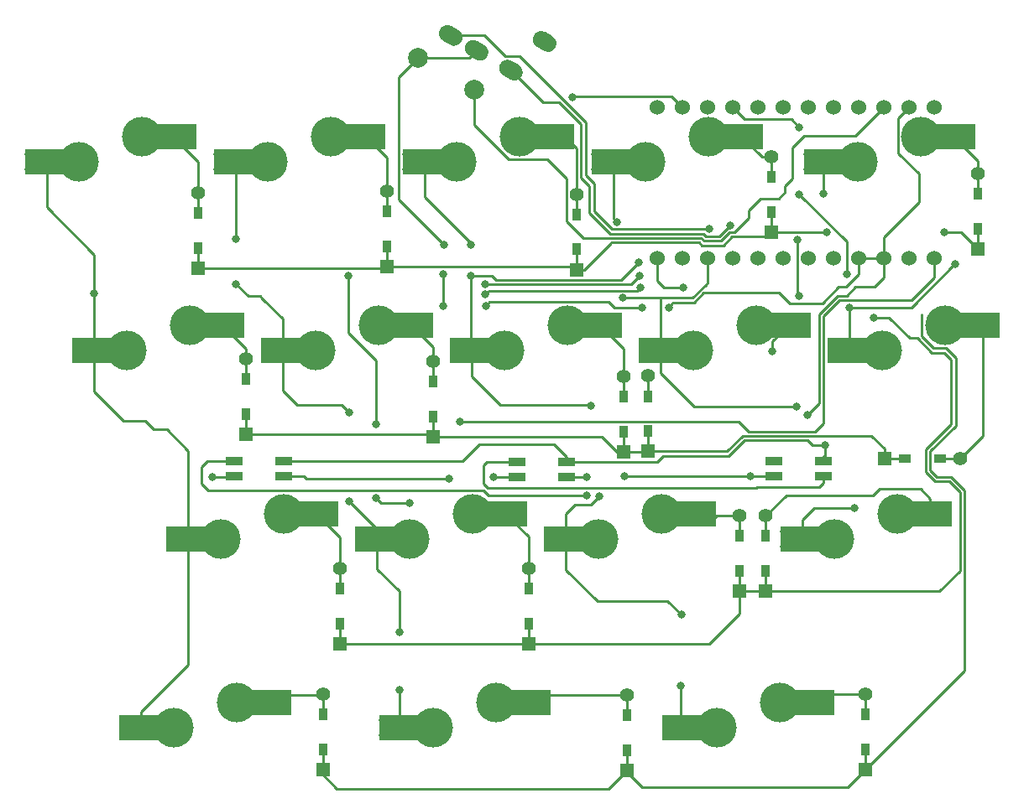
<source format=gbl>
G04 #@! TF.GenerationSoftware,KiCad,Pcbnew,(5.1.6-0-10_14)*
G04 #@! TF.CreationDate,2022-08-31T17:51:27+09:00*
G04 #@! TF.ProjectId,cool936,636f6f6c-3933-4362-9e6b-696361645f70,rev?*
G04 #@! TF.SameCoordinates,Original*
G04 #@! TF.FileFunction,Copper,L2,Bot*
G04 #@! TF.FilePolarity,Positive*
%FSLAX46Y46*%
G04 Gerber Fmt 4.6, Leading zero omitted, Abs format (unit mm)*
G04 Created by KiCad (PCBNEW (5.1.6-0-10_14)) date 2022-08-31 17:51:27*
%MOMM*%
%LPD*%
G01*
G04 APERTURE LIST*
G04 #@! TA.AperFunction,Conductor*
%ADD10R,4.500000X2.500000*%
G04 #@! TD*
G04 #@! TA.AperFunction,ViaPad*
%ADD11C,0.800000*%
G04 #@! TD*
G04 #@! TA.AperFunction,ViaPad*
%ADD12C,4.000000*%
G04 #@! TD*
G04 #@! TA.AperFunction,ComponentPad*
%ADD13C,1.397000*%
G04 #@! TD*
G04 #@! TA.AperFunction,ComponentPad*
%ADD14R,1.397000X1.397000*%
G04 #@! TD*
G04 #@! TA.AperFunction,SMDPad,CuDef*
%ADD15R,0.950000X1.300000*%
G04 #@! TD*
G04 #@! TA.AperFunction,SMDPad,CuDef*
%ADD16R,1.800000X0.820000*%
G04 #@! TD*
G04 #@! TA.AperFunction,ComponentPad*
%ADD17C,2.000000*%
G04 #@! TD*
G04 #@! TA.AperFunction,ComponentPad*
%ADD18C,1.524000*%
G04 #@! TD*
G04 #@! TA.AperFunction,SMDPad,CuDef*
%ADD19R,1.300000X0.950000*%
G04 #@! TD*
G04 #@! TA.AperFunction,Conductor*
%ADD20C,0.250000*%
G04 #@! TD*
G04 APERTURE END LIST*
D10*
X220154500Y-33020000D03*
X207227500Y-35560000D03*
D11*
X221932500Y-33782000D03*
X205422500Y-36322000D03*
X221932500Y-32258000D03*
X205422500Y-34798000D03*
D12*
X210502500Y-35560000D03*
X216852500Y-33020000D03*
D10*
X239204500Y-33020000D03*
X226277500Y-35560000D03*
D11*
X240982500Y-33782000D03*
X224472500Y-36322000D03*
X240982500Y-32258000D03*
X224472500Y-34798000D03*
D12*
X229552500Y-35560000D03*
X235902500Y-33020000D03*
D10*
X251110500Y-52070000D03*
X238183500Y-54610000D03*
D11*
X252888500Y-52832000D03*
X236378500Y-55372000D03*
X252888500Y-51308000D03*
X236378500Y-53848000D03*
D12*
X241458500Y-54610000D03*
X247808500Y-52070000D03*
D10*
X186817000Y5080000D03*
X173890000Y2540000D03*
D11*
X188595000Y4318000D03*
X172085000Y1778000D03*
X188595000Y5842000D03*
X172085000Y3302000D03*
D12*
X177165000Y2540000D03*
X183515000Y5080000D03*
D13*
X232390000Y-51330000D03*
D14*
X232390000Y-58950000D03*
D15*
X232390000Y-56915000D03*
X232390000Y-53365000D03*
D10*
X229679500Y-13970000D03*
X216752500Y-16510000D03*
D11*
X231457500Y-14732000D03*
X214947500Y-17272000D03*
X231457500Y-13208000D03*
X214947500Y-15748000D03*
D12*
X220027500Y-16510000D03*
X226377500Y-13970000D03*
D10*
X196342000Y-52070000D03*
X183415000Y-54610000D03*
D11*
X198120000Y-52832000D03*
X181610000Y-55372000D03*
X198120000Y-51308000D03*
X181610000Y-53848000D03*
D12*
X186690000Y-54610000D03*
X193040000Y-52070000D03*
D10*
X265397999Y5080000D03*
X252470999Y2540000D03*
D11*
X267175999Y4318000D03*
X250665999Y1778000D03*
X267175999Y5842000D03*
X250665999Y3302000D03*
D12*
X255745999Y2540000D03*
X262095999Y5080000D03*
D16*
X197770000Y-29230000D03*
X197770000Y-27730000D03*
X192770000Y-27730000D03*
X192770000Y-29230000D03*
X221320000Y-29290000D03*
X221320000Y-27790000D03*
X226320000Y-27790000D03*
X226320000Y-29290000D03*
X252270000Y-29230000D03*
X252270000Y-27730000D03*
X247270000Y-27730000D03*
X247270000Y-29230000D03*
D17*
X217014583Y9775000D03*
X211385417Y13025000D03*
D10*
X201104500Y-33020000D03*
X188177500Y-35560000D03*
D11*
X202882500Y-33782000D03*
X186372500Y-36322000D03*
X202882500Y-32258000D03*
X186372500Y-34798000D03*
D12*
X191452500Y-35560000D03*
X197802500Y-33020000D03*
D10*
X205867000Y5080000D03*
X192940000Y2540000D03*
D11*
X207645000Y4318000D03*
X191135000Y1778000D03*
X207645000Y5842000D03*
X191135000Y3302000D03*
D12*
X196215000Y2540000D03*
X202565000Y5080000D03*
D10*
X224917000Y5080000D03*
X211990000Y2540000D03*
D11*
X226695000Y4318000D03*
X210185000Y1778000D03*
X226695000Y5842000D03*
X210185000Y3302000D03*
D12*
X215265000Y2540000D03*
X221615000Y5080000D03*
D10*
X243967000Y5080000D03*
X231040000Y2540000D03*
D11*
X245745000Y4318000D03*
X229235000Y1778000D03*
X245745000Y5842000D03*
X229235000Y3302000D03*
D12*
X234315000Y2540000D03*
X240665000Y5080000D03*
D10*
X191579500Y-13970000D03*
X178652500Y-16510000D03*
D11*
X193357500Y-14732000D03*
X176847500Y-17272000D03*
X193357500Y-13208000D03*
X176847500Y-15748000D03*
D12*
X181927500Y-16510000D03*
X188277500Y-13970000D03*
D10*
X210629500Y-13970000D03*
X197702500Y-16510000D03*
D11*
X212407500Y-14732000D03*
X195897500Y-17272000D03*
X212407500Y-13208000D03*
X195897500Y-15748000D03*
D12*
X200977500Y-16510000D03*
X207327500Y-13970000D03*
D10*
X248729500Y-13970000D03*
X235802500Y-16510000D03*
D11*
X250507500Y-14732000D03*
X233997500Y-17272000D03*
X250507500Y-13208000D03*
X233997500Y-15748000D03*
D12*
X239077500Y-16510000D03*
X245427500Y-13970000D03*
D10*
X267779500Y-13970000D03*
X254852500Y-16510000D03*
D11*
X269557500Y-14732000D03*
X253047500Y-17272000D03*
X269557500Y-13208000D03*
X253047500Y-15748000D03*
D12*
X258127500Y-16510000D03*
X264477500Y-13970000D03*
D18*
X263438000Y-7201400D03*
X260898000Y-7201400D03*
X258358000Y-7201400D03*
X255818000Y-7201400D03*
X253278000Y-7201400D03*
X250738000Y-7201400D03*
X248198000Y-7201400D03*
X245658000Y-7201400D03*
X243118000Y-7201400D03*
X240578000Y-7201400D03*
X238038000Y-7201400D03*
X235498000Y-7201400D03*
X235498000Y8018600D03*
X238038000Y8018600D03*
X240578000Y8018600D03*
X243118000Y8018600D03*
X245658000Y8018600D03*
X248198000Y8018600D03*
X250738000Y8018600D03*
X253278000Y8018600D03*
X255818000Y8018600D03*
X258358000Y8018600D03*
X260898000Y8018600D03*
X263438000Y8018600D03*
D19*
X263965000Y-27450000D03*
X260415000Y-27450000D03*
D14*
X258380000Y-27450000D03*
D13*
X266000000Y-27450000D03*
D10*
X222536000Y-52070000D03*
X209609000Y-54610000D03*
D11*
X224314000Y-52832000D03*
X207804000Y-55372000D03*
X224314000Y-51308000D03*
X207804000Y-53848000D03*
D12*
X212884000Y-54610000D03*
X219234000Y-52070000D03*
D15*
X246980000Y985000D03*
X246980000Y-2565000D03*
D14*
X246980000Y-4600000D03*
D13*
X246980000Y3020000D03*
D10*
X263017500Y-33020000D03*
X250090500Y-35560000D03*
D11*
X264795500Y-33782000D03*
X248285500Y-36322000D03*
X264795500Y-32258000D03*
X248285500Y-34798000D03*
D12*
X253365500Y-35560000D03*
X259715500Y-33020000D03*
D15*
X243780000Y-35275000D03*
X243780000Y-38825000D03*
D14*
X243780000Y-40860000D03*
D13*
X243780000Y-33240000D03*
D15*
X201760000Y-53315000D03*
X201760000Y-56865000D03*
D14*
X201760000Y-58900000D03*
D13*
X201760000Y-51280000D03*
D15*
X232080000Y-21165000D03*
X232080000Y-24715000D03*
D14*
X232080000Y-26750000D03*
D13*
X232080000Y-19130000D03*
D15*
X194010000Y-19445000D03*
X194010000Y-22995000D03*
D14*
X194010000Y-25030000D03*
D13*
X194010000Y-17410000D03*
D15*
X222500000Y-40595000D03*
X222500000Y-44145000D03*
D14*
X222500000Y-46180000D03*
D13*
X222500000Y-38560000D03*
D15*
X246430000Y-35275000D03*
X246430000Y-38825000D03*
D14*
X246430000Y-40860000D03*
D13*
X246430000Y-33240000D03*
D15*
X203500000Y-40565000D03*
X203500000Y-44115000D03*
D14*
X203500000Y-46150000D03*
D13*
X203500000Y-38530000D03*
G04 #@! TA.AperFunction,ComponentPad*
G36*
G01*
X224187690Y15604775D02*
X224880510Y15204775D01*
G75*
G02*
X225191632Y14043653I-425000J-736122D01*
G01*
X225191632Y14043653D01*
G75*
G02*
X224030510Y13732531I-736122J425000D01*
G01*
X223337690Y14132531D01*
G75*
G02*
X223026568Y15293653I425000J736122D01*
G01*
X223026568Y15293653D01*
G75*
G02*
X224187690Y15604775I736122J-425000D01*
G01*
G37*
G04 #@! TD.AperFunction*
G04 #@! TA.AperFunction,ComponentPad*
G36*
G01*
X220788652Y12717469D02*
X221481472Y12317469D01*
G75*
G02*
X221792594Y11156347I-425000J-736122D01*
G01*
X221792594Y11156347D01*
G75*
G02*
X220631472Y10845225I-736122J425000D01*
G01*
X219938652Y11245225D01*
G75*
G02*
X219627530Y12406347I425000J736122D01*
G01*
X219627530Y12406347D01*
G75*
G02*
X220788652Y12717469I736122J-425000D01*
G01*
G37*
G04 #@! TD.AperFunction*
G04 #@! TA.AperFunction,ComponentPad*
G36*
G01*
X217324550Y14717469D02*
X218017370Y14317469D01*
G75*
G02*
X218328492Y13156347I-425000J-736122D01*
G01*
X218328492Y13156347D01*
G75*
G02*
X217167370Y12845225I-736122J425000D01*
G01*
X216474550Y13245225D01*
G75*
G02*
X216163428Y14406347I425000J736122D01*
G01*
X216163428Y14406347D01*
G75*
G02*
X217324550Y14717469I736122J-425000D01*
G01*
G37*
G04 #@! TD.AperFunction*
G04 #@! TA.AperFunction,ComponentPad*
G36*
G01*
X214726474Y16217469D02*
X215419294Y15817469D01*
G75*
G02*
X215730416Y14656347I-425000J-736122D01*
G01*
X215730416Y14656347D01*
G75*
G02*
X214569294Y14345225I-736122J425000D01*
G01*
X213876474Y14745225D01*
G75*
G02*
X213565352Y15906347I425000J736122D01*
G01*
X213565352Y15906347D01*
G75*
G02*
X214726474Y16217469I736122J-425000D01*
G01*
G37*
G04 #@! TD.AperFunction*
D15*
X212880000Y-19635000D03*
X212880000Y-23185000D03*
D14*
X212880000Y-25220000D03*
D13*
X212880000Y-17600000D03*
D15*
X227340000Y-2775000D03*
X227340000Y-6325000D03*
D14*
X227340000Y-8360000D03*
D13*
X227340000Y-740000D03*
D15*
X267830000Y-705000D03*
X267830000Y-4255000D03*
D14*
X267830000Y-6290000D03*
D13*
X267830000Y1330000D03*
D15*
X208240000Y-2515000D03*
X208240000Y-6065000D03*
D14*
X208240000Y-8100000D03*
D13*
X208240000Y-480000D03*
D15*
X189180000Y-2645000D03*
X189180000Y-6195000D03*
D14*
X189180000Y-8230000D03*
D13*
X189180000Y-610000D03*
D15*
X234570000Y-21145000D03*
X234570000Y-24695000D03*
D14*
X234570000Y-26730000D03*
D13*
X234570000Y-19110000D03*
D15*
X256480000Y-53300000D03*
X256480000Y-56850000D03*
D14*
X256480000Y-58885000D03*
D13*
X256480000Y-51265000D03*
D11*
X247110000Y-16590000D03*
X252550000Y-4600000D03*
X264420000Y-4600000D03*
X249791501Y-768499D03*
X254570000Y-8840000D03*
X257350000Y-13210000D03*
X249780000Y6020000D03*
X207080000Y-31419999D03*
X207080000Y-23960000D03*
X210460000Y-31950000D03*
X204310000Y-8955000D03*
X226890000Y9060000D03*
X252370000Y-26070000D03*
X250640000Y-23020000D03*
X213940000Y-5850000D03*
X213860000Y-8840000D03*
X236650000Y-12190000D03*
X233970000Y-12190000D03*
X218170000Y-12030000D03*
X213903501Y-12016499D03*
X249650000Y-5325000D03*
X249780000Y-11040000D03*
X244910000Y-29230000D03*
X190570000Y-29340000D03*
X218930000Y-29340000D03*
X232200000Y-29210000D03*
X242880000Y-3880000D03*
X240710000Y-4280000D03*
X214490000Y-29490000D03*
X215570000Y-23710000D03*
X228320000Y-29350000D03*
X228330000Y-31150010D03*
X233740000Y-10220000D03*
X218140000Y-10880000D03*
X178652500Y-10747500D03*
X192970000Y-9810000D03*
X233700000Y-8970000D03*
X204440000Y-22820000D03*
X209450000Y-50860000D03*
X209460000Y-44950000D03*
X204410000Y-31760000D03*
X218120000Y-9800000D03*
X192970000Y-5260000D03*
X229640000Y-31240000D03*
X233630000Y-7600000D03*
X216650000Y-5880000D03*
X237890000Y-43210000D03*
X216650000Y-8960000D03*
X237880000Y-50360000D03*
X228770000Y-22100000D03*
X255380000Y-32440000D03*
X249520000Y-22200000D03*
X231980000Y-11210000D03*
X231450000Y-3560000D03*
X254830000Y-12190000D03*
X238060000Y-10150000D03*
X252230000Y-710000D03*
X265530000Y-7840000D03*
D20*
X186817000Y5080000D02*
X183515000Y5080000D01*
X189180000Y2520000D02*
X186817000Y4883000D01*
X186817000Y4883000D02*
X186817000Y5080000D01*
X189180000Y-610000D02*
X189180000Y2520000D01*
X189180000Y-2645000D02*
X189180000Y-610000D01*
X202565000Y5080000D02*
X205867000Y5080000D01*
X208240000Y-2515000D02*
X208240000Y-480000D01*
X206120000Y5080000D02*
X205867000Y5080000D01*
X208240000Y2960000D02*
X206120000Y5080000D01*
X208240000Y-480000D02*
X208240000Y2960000D01*
X224917000Y5080000D02*
X226140000Y5080000D01*
X226140000Y5080000D02*
X227340000Y3880000D01*
X227340000Y-740000D02*
X227340000Y-2775000D01*
X227340000Y3880000D02*
X227340000Y-740000D01*
X221615000Y5080000D02*
X224917000Y5080000D01*
X246027000Y3020000D02*
X245773500Y3273500D01*
X243967000Y5080000D02*
X240665000Y5080000D01*
X246980000Y3020000D02*
X246980000Y985000D01*
X245773500Y3273500D02*
X243967000Y5080000D01*
X246980000Y3020000D02*
X246027000Y3020000D01*
X245907000Y3140000D02*
X245773500Y3273500D01*
X194010000Y-17410000D02*
X194010000Y-19445000D01*
X194010000Y-16400500D02*
X191579500Y-13970000D01*
X194010000Y-17410000D02*
X194010000Y-16400500D01*
X188277500Y-13970000D02*
X191579500Y-13970000D01*
X212880000Y-16220500D02*
X210629500Y-13970000D01*
X212880000Y-17600000D02*
X212880000Y-19635000D01*
X212880000Y-17600000D02*
X212880000Y-16220500D01*
X207327500Y-13970000D02*
X210629500Y-13970000D01*
X232080000Y-19130000D02*
X232080000Y-16370500D01*
X232080000Y-19130000D02*
X232080000Y-21165000D01*
X226377500Y-13970000D02*
X229679500Y-13970000D01*
X232080000Y-16370500D02*
X229679500Y-13970000D01*
X245427500Y-13970000D02*
X248729500Y-13970000D01*
X234570000Y-21145000D02*
X234570000Y-19110000D01*
X247110000Y-15589500D02*
X248729500Y-13970000D01*
X247110000Y-16590000D02*
X247110000Y-15589500D01*
X268310000Y-14500500D02*
X268310000Y-25140000D01*
X264477500Y-13970000D02*
X267779500Y-13970000D01*
X268310000Y-25140000D02*
X266000000Y-27450000D01*
X263965000Y-27450000D02*
X266000000Y-27450000D01*
X267779500Y-13970000D02*
X268310000Y-14500500D01*
X203500000Y-38530000D02*
X203500000Y-40565000D01*
X203500000Y-35415500D02*
X201104500Y-33020000D01*
X201104500Y-33020000D02*
X197802500Y-33020000D01*
X203500000Y-38530000D02*
X203500000Y-35415500D01*
X222500000Y-35365500D02*
X220154500Y-33020000D01*
X222500000Y-40595000D02*
X222500000Y-38560000D01*
X220154500Y-33020000D02*
X216852500Y-33020000D01*
X221170500Y-33020000D02*
X221932500Y-33782000D01*
X220154500Y-33020000D02*
X221170500Y-33020000D01*
X222500000Y-38560000D02*
X222500000Y-35365500D01*
X236122500Y-33240000D02*
X235902500Y-33020000D01*
X239204500Y-33020000D02*
X240220500Y-33020000D01*
X243780000Y-33240000D02*
X236122500Y-33240000D01*
X243780000Y-33240000D02*
X241524500Y-33240000D01*
X243780000Y-33240000D02*
X243780000Y-35275000D01*
X241524500Y-33240000D02*
X240982500Y-33782000D01*
X240220500Y-33020000D02*
X240982500Y-33782000D01*
X201760000Y-51280000D02*
X201760000Y-53315000D01*
X198120000Y-51308000D02*
X201732000Y-51308000D01*
X193040000Y-52070000D02*
X196342000Y-52070000D01*
X201732000Y-51308000D02*
X201760000Y-51280000D01*
X267830000Y2647999D02*
X265397999Y5080000D01*
X267830000Y1330000D02*
X267830000Y2647999D01*
X265397999Y5080000D02*
X262095999Y5080000D01*
X267830000Y-705000D02*
X267830000Y1330000D01*
X251872500Y-51308000D02*
X251110500Y-52070000D01*
X247808500Y-52070000D02*
X251110500Y-52070000D01*
X256480000Y-51265000D02*
X256480000Y-53300000D01*
X252888500Y-51308000D02*
X251872500Y-51308000D01*
X256480000Y-51265000D02*
X252931500Y-51265000D01*
X252931500Y-51265000D02*
X252888500Y-51308000D01*
X246430000Y-33240000D02*
X246435001Y-33234999D01*
X259715500Y-33020000D02*
X263017500Y-33020000D01*
X246430000Y-33240000D02*
X248480000Y-31190000D01*
X246430000Y-35275000D02*
X246430000Y-33240000D01*
X257250000Y-31190000D02*
X257910000Y-30530000D01*
X262040000Y-30530000D02*
X263017500Y-31507500D01*
X257910000Y-30530000D02*
X262040000Y-30530000D01*
X263017500Y-31507500D02*
X263017500Y-33020000D01*
X248480000Y-31190000D02*
X257250000Y-31190000D01*
X224336000Y-51330000D02*
X224314000Y-51308000D01*
X232390000Y-51330000D02*
X224336000Y-51330000D01*
X222536000Y-52070000D02*
X223552000Y-52070000D01*
X219234000Y-52070000D02*
X222536000Y-52070000D01*
X232390000Y-51330000D02*
X232390000Y-53365000D01*
X223552000Y-52070000D02*
X224314000Y-51308000D01*
X239989200Y-5905020D02*
X242127801Y-5905019D01*
X266140000Y-4600000D02*
X267830000Y-6290000D01*
X246524989Y-5055011D02*
X246980000Y-4600000D01*
X242127801Y-5905019D02*
X242977809Y-5055011D01*
X227340000Y-6325000D02*
X227340000Y-8360000D01*
X208110000Y-8230000D02*
X208240000Y-8100000D01*
X246980000Y-4600000D02*
X249070000Y-4600000D01*
X267830000Y-4255000D02*
X267830000Y-6290000D01*
X227080000Y-8100000D02*
X227340000Y-8360000D01*
X208240000Y-8100000D02*
X227080000Y-8100000D01*
X267810000Y-6290000D02*
X267830000Y-6290000D01*
X264420000Y-4600000D02*
X266140000Y-4600000D01*
X189180000Y-8230000D02*
X189180000Y-6195000D01*
X246980000Y-2565000D02*
X246980000Y-4600000D01*
X246980000Y-4600000D02*
X252550000Y-4600000D01*
X189180000Y-8230000D02*
X208110000Y-8230000D01*
X208240000Y-6065000D02*
X208240000Y-8100000D01*
X239719209Y-5635031D02*
X239989200Y-5905020D01*
X230820000Y-5635031D02*
X239719209Y-5635031D01*
X242977809Y-5055011D02*
X246524989Y-5055011D01*
X228110000Y-8360000D02*
X230820000Y-5650000D01*
X230820000Y-5650000D02*
X230820000Y-5635031D01*
X227340000Y-8360000D02*
X228110000Y-8360000D01*
X194010000Y-25030000D02*
X212690000Y-25030000D01*
X232080000Y-26750000D02*
X234550000Y-26750000D01*
X234570000Y-26730000D02*
X234570000Y-24695000D01*
X258380000Y-26460000D02*
X258380000Y-27450000D01*
X212880000Y-25220000D02*
X229920000Y-25220000D01*
X194010000Y-22995000D02*
X194010000Y-25030000D01*
X229920000Y-25220000D02*
X231450000Y-26750000D01*
X244070000Y-25170000D02*
X257090000Y-25170000D01*
X258380000Y-27450000D02*
X260415000Y-27450000D01*
X231450000Y-26750000D02*
X232080000Y-26750000D01*
X234570000Y-26730000D02*
X242510000Y-26730000D01*
X234550000Y-26750000D02*
X234570000Y-26730000D01*
X232080000Y-24715000D02*
X232080000Y-26750000D01*
X212880000Y-23185000D02*
X212880000Y-25220000D01*
X212690000Y-25030000D02*
X212880000Y-25220000D01*
X242510000Y-26730000D02*
X244070000Y-25170000D01*
X257090000Y-25170000D02*
X258380000Y-26460000D01*
X264428601Y-16745011D02*
X265129990Y-17446400D01*
X260922401Y-15272401D02*
X258860000Y-13210000D01*
X246430000Y-38825000D02*
X246430000Y-40860000D01*
X248980000Y6820000D02*
X249780000Y6020000D01*
X240720000Y-46180000D02*
X243780000Y-43120000D01*
X254570000Y-8840000D02*
X254570000Y-5546998D01*
X243118000Y8018600D02*
X244316600Y6820000D01*
X258860000Y-13210000D02*
X257350000Y-13210000D01*
X254570000Y-5546998D02*
X249791501Y-768499D01*
X243780000Y-40860000D02*
X243780000Y-38825000D01*
X203500000Y-44115000D02*
X203500000Y-46150000D01*
X263473599Y-29770009D02*
X264933600Y-29770010D01*
X264933600Y-29770010D02*
X266039990Y-30876400D01*
X266039990Y-38760000D02*
X263939990Y-40860000D01*
X222470000Y-46150000D02*
X222500000Y-46180000D01*
X243780000Y-43120000D02*
X243780000Y-40860000D01*
X266039990Y-30876400D02*
X266039990Y-38760000D01*
X222500000Y-46180000D02*
X240720000Y-46180000D01*
X244316600Y6820000D02*
X248980000Y6820000D01*
X246430000Y-40860000D02*
X243780000Y-40860000D01*
X263175099Y-16745011D02*
X264428601Y-16745011D01*
X203500000Y-46150000D02*
X222470000Y-46150000D01*
X262539989Y-28836399D02*
X263473599Y-29770009D01*
X265129990Y-17446400D02*
X265129990Y-23938598D01*
X222500000Y-44145000D02*
X222500000Y-46180000D01*
X261702489Y-15272401D02*
X260922401Y-15272401D01*
X261702489Y-15272401D02*
X263175099Y-16745011D01*
X263939990Y-40860000D02*
X246430000Y-40860000D01*
X265129990Y-23938598D02*
X262539990Y-26528598D01*
X262539990Y-26528598D02*
X262539989Y-28836399D01*
X207610001Y-31950000D02*
X207080000Y-31419999D01*
X210460000Y-31950000D02*
X207610001Y-31950000D01*
X204310000Y-14720000D02*
X207106401Y-17516401D01*
X207106401Y-23933599D02*
X207080000Y-23960000D01*
X207106401Y-17516401D02*
X207106401Y-23933599D01*
X204310000Y-8955000D02*
X204310000Y-14720000D01*
X263660000Y-29320000D02*
X265120000Y-29320000D01*
X262152499Y-12853999D02*
X262152499Y-15086001D01*
X236950999Y9105601D02*
X226935601Y9105601D01*
X264615001Y-16295001D02*
X265580000Y-17260000D01*
X262989999Y-26714999D02*
X262989999Y-28649999D01*
X265580000Y-24124998D02*
X262989999Y-26714999D01*
X262989999Y-28649999D02*
X263660000Y-29320000D01*
X238038000Y8018600D02*
X236950999Y9105601D01*
X262152499Y-15086001D02*
X263361499Y-16295001D01*
X226935601Y9105601D02*
X226890000Y9060000D01*
X265580000Y-17260000D02*
X265580000Y-24124998D01*
X233970000Y-60660000D02*
X254705000Y-60660000D01*
X254705000Y-60660000D02*
X256480000Y-58885000D01*
X266490000Y-48875000D02*
X256480000Y-58885000D01*
X232390000Y-59080000D02*
X233970000Y-60660000D01*
X256480000Y-56850000D02*
X256480000Y-58885000D01*
X230570000Y-60770000D02*
X232390000Y-58950000D01*
X263361499Y-16295001D02*
X264615001Y-16295001D01*
X201760000Y-58900000D02*
X201760000Y-59360000D01*
X266490000Y-30690000D02*
X266490000Y-48875000D01*
X203170000Y-60770000D02*
X230570000Y-60770000D01*
X201760000Y-59360000D02*
X203170000Y-60770000D01*
X232390000Y-58950000D02*
X232390000Y-59080000D01*
X232390000Y-56915000D02*
X232390000Y-58950000D01*
X265120000Y-29320000D02*
X266490000Y-30690000D01*
X201760000Y-56865000D02*
X201760000Y-58900000D01*
X252370000Y-27630000D02*
X252270000Y-27730000D01*
X251104486Y-26070000D02*
X250654496Y-25620010D01*
X252370000Y-26070000D02*
X252370000Y-27630000D01*
X251799990Y-12853600D02*
X251799990Y-21860010D01*
X216489613Y13025000D02*
X217245960Y13781347D01*
X259770998Y3399002D02*
X261874900Y1295100D01*
X261874900Y1295100D02*
X261874900Y-1565100D01*
X251799990Y-21860010D02*
X250640000Y-23020000D01*
X250640000Y-23020000D02*
X250640000Y-23020000D01*
X211385417Y13025000D02*
X216489613Y13025000D01*
X259770998Y6531598D02*
X259770998Y6300998D01*
X259770998Y6300998D02*
X259770998Y3399002D01*
X260898000Y8018600D02*
X259770998Y6891598D01*
X259770998Y6891598D02*
X259770998Y6300998D01*
X255818000Y-8835590D02*
X255581795Y-9071795D01*
X255818000Y-7201400D02*
X255818000Y-8835590D01*
X255818000Y-7201400D02*
X258358000Y-7201400D01*
X261874900Y-1565100D02*
X258730000Y-4710000D01*
X258730000Y-4710000D02*
X258398000Y-5042000D01*
X258358000Y-7201400D02*
X258358000Y-5082000D01*
X258358000Y-5082000D02*
X258730000Y-4710000D01*
X197770000Y-27730000D02*
X208970000Y-27730000D01*
X226320000Y-27295514D02*
X226320000Y-27790000D01*
X211385417Y13025000D02*
X209414999Y11054582D01*
X252270000Y-27235514D02*
X252270000Y-27730000D01*
X235492002Y-27790000D02*
X236101992Y-27180010D01*
X208970000Y-27730000D02*
X215800000Y-27730000D01*
X252370000Y-26070000D02*
X251104486Y-26070000D01*
X213860000Y-8840000D02*
X213903501Y-8883501D01*
X225054486Y-26030000D02*
X226320000Y-27295514D01*
X242696401Y-27180009D02*
X244256400Y-25620010D01*
X236101992Y-27180010D02*
X242696401Y-27180009D01*
X244256400Y-25620010D02*
X250654496Y-25620010D01*
X217500000Y-26030000D02*
X225054486Y-26030000D01*
X226320000Y-27790000D02*
X235492002Y-27790000D01*
X209414999Y11054582D02*
X209414999Y-1324999D01*
X215800000Y-27730000D02*
X217500000Y-26030000D01*
X209414999Y-1324999D02*
X213940000Y-5850000D01*
X255581795Y-9071795D02*
X254556795Y-10096795D01*
X258358000Y-9172000D02*
X258358000Y-7201400D01*
X257433205Y-10096795D02*
X258358000Y-9172000D01*
X255693205Y-10096795D02*
X255493205Y-10096795D01*
X255693205Y-10096795D02*
X257433205Y-10096795D01*
X254598205Y-10991795D02*
X253661795Y-10991795D01*
X255493205Y-10096795D02*
X254598205Y-10991795D01*
X253661795Y-10991795D02*
X251799990Y-12853600D01*
X254556795Y-10096795D02*
X253793205Y-10096795D01*
X248841411Y-11765001D02*
X247786400Y-10709990D01*
X252124999Y-11765001D02*
X248841411Y-11765001D01*
X253793205Y-10096795D02*
X252124999Y-11765001D01*
X240166420Y-10709990D02*
X239186420Y-11689990D01*
X247786400Y-10709990D02*
X240166420Y-10709990D01*
X239186420Y-11689990D02*
X236960000Y-11689990D01*
X236960000Y-11689990D02*
X236960000Y-11810000D01*
X236650000Y-12120000D02*
X236650000Y-12190000D01*
X236960000Y-11810000D02*
X236650000Y-12120000D01*
X233970000Y-12190000D02*
X231150000Y-12190000D01*
X230604999Y-11644999D02*
X218555001Y-11644999D01*
X218555001Y-11644999D02*
X218170000Y-12030000D01*
X231150000Y-12190000D02*
X230604999Y-11644999D01*
X213903501Y-8883501D02*
X213903501Y-12016499D01*
X228639990Y93640D02*
X228639991Y-2659991D01*
X249780000Y-11040000D02*
X249650000Y-10910000D01*
X249650000Y-10910000D02*
X249650000Y-5325000D01*
X244910000Y-29230000D02*
X232220000Y-29230000D01*
X190570000Y-29340000D02*
X192660000Y-29340000D01*
X192660000Y-29340000D02*
X192770000Y-29230000D01*
X218930000Y-29340000D02*
X221270000Y-29340000D01*
X221270000Y-29340000D02*
X221320000Y-29290000D01*
X247270000Y-29230000D02*
X244910000Y-29230000D01*
X232220000Y-29230000D02*
X232200000Y-29210000D01*
X230715011Y-4735011D02*
X240092009Y-4735011D01*
X227790010Y6291992D02*
X227790011Y943619D01*
X228639991Y-2659991D02*
X230715011Y-4735011D01*
X241754999Y-5005001D02*
X242880000Y-3880000D01*
X225572002Y8510000D02*
X227790010Y6291992D01*
X220710062Y11781347D02*
X223981409Y8510000D01*
X223981409Y8510000D02*
X225572002Y8510000D01*
X240092009Y-4735011D02*
X240361999Y-5005001D01*
X240361999Y-5005001D02*
X241754999Y-5005001D01*
X227790011Y943619D02*
X228639990Y93640D01*
X229090000Y280040D02*
X229090000Y-2473590D01*
X228240020Y6478392D02*
X228240020Y1130020D01*
X240704999Y-4285001D02*
X240710000Y-4280000D01*
X229090000Y-2473590D02*
X230901411Y-4285001D01*
X221562055Y13156357D02*
X228240020Y6478392D01*
X218050867Y15281347D02*
X220175857Y13156357D01*
X228240020Y1130020D02*
X229090000Y280040D01*
X214647884Y15281347D02*
X218050867Y15281347D01*
X220175857Y13156357D02*
X221562055Y13156357D01*
X230901411Y-4285001D02*
X240704999Y-4285001D01*
X252250000Y-20740000D02*
X252250000Y-13040000D01*
X252250000Y-13040000D02*
X253825001Y-11464999D01*
X263438000Y-9152000D02*
X263438000Y-7201400D01*
X253825001Y-11464999D02*
X261125001Y-11464999D01*
X261125001Y-11464999D02*
X263438000Y-9152000D01*
X244729990Y-24719990D02*
X251430010Y-24719990D01*
X252250000Y-23900000D02*
X252250000Y-22100000D01*
X215570000Y-23710000D02*
X243720000Y-23710000D01*
X251430010Y-24719990D02*
X252250000Y-23900000D01*
X243720000Y-23710000D02*
X244729990Y-24719990D01*
X252250000Y-22100000D02*
X252250000Y-20740000D01*
X252250000Y-20740000D02*
X252250000Y-20890000D01*
X199790000Y-29230000D02*
X200050000Y-29490000D01*
X197770000Y-29230000D02*
X199790000Y-29230000D01*
X214490000Y-29490000D02*
X200050000Y-29490000D01*
X228320000Y-29350000D02*
X226380000Y-29350000D01*
X226380000Y-29350000D02*
X226320000Y-29290000D01*
X189540000Y-30020000D02*
X190214999Y-30694999D01*
X217968501Y-30694999D02*
X218423512Y-31150010D01*
X218423512Y-31150010D02*
X228330000Y-31150010D01*
X190214999Y-30694999D02*
X217968501Y-30694999D01*
X189540000Y-28300000D02*
X189540000Y-30020000D01*
X190110000Y-27730000D02*
X189540000Y-28300000D01*
X192770000Y-27730000D02*
X190110000Y-27730000D01*
X218260000Y-27790000D02*
X221320000Y-27790000D01*
X217920000Y-29980000D02*
X217920000Y-28130000D01*
X218365010Y-30425010D02*
X217920000Y-29980000D01*
X245535010Y-30365010D02*
X245475010Y-30425010D01*
X245475010Y-30425010D02*
X218365010Y-30425010D01*
X252270000Y-29230000D02*
X252270000Y-29890000D01*
X252270000Y-29890000D02*
X251794990Y-30365010D01*
X251794990Y-30365010D02*
X245535010Y-30365010D01*
X217920000Y-28130000D02*
X218260000Y-27790000D01*
X183415000Y-54610000D02*
X186690000Y-54610000D01*
X177165000Y2540000D02*
X172250010Y2540000D01*
X181927500Y-16510000D02*
X178652500Y-16510000D01*
X182372000Y-54610000D02*
X181610000Y-53848000D01*
X183415000Y-54610000D02*
X182372000Y-54610000D01*
X191452500Y-35560000D02*
X188177500Y-35560000D01*
X183805699Y-23630000D02*
X184675699Y-24500000D01*
X233475001Y-10484999D02*
X218535001Y-10484999D01*
X181620000Y-23630000D02*
X183805699Y-23630000D01*
X233740000Y-10220000D02*
X233475001Y-10484999D01*
X184675699Y-24500000D02*
X186010000Y-24500000D01*
X188177500Y-35560000D02*
X188177500Y-48272500D01*
X172250010Y2540000D02*
X173890000Y2540000D01*
X178652500Y-10747500D02*
X178652500Y-16510000D01*
X186010000Y-24500000D02*
X188177500Y-26667500D01*
X188177500Y-48272500D02*
X183415000Y-53035000D01*
X178652500Y-6842500D02*
X178652500Y-10747500D01*
X173890000Y-2080000D02*
X178652500Y-6842500D01*
X173890000Y2540000D02*
X173890000Y-2080000D01*
X183415000Y-53035000D02*
X183415000Y-54610000D01*
X218535001Y-10484999D02*
X218140000Y-10880000D01*
X188177500Y-26667500D02*
X188177500Y-35560000D01*
X178652500Y-20662500D02*
X181620000Y-23630000D01*
X178652500Y-16510000D02*
X178652500Y-20662500D01*
X232836489Y-9833511D02*
X218153511Y-9833511D01*
X192940000Y-5230000D02*
X192970000Y-5260000D01*
X192970000Y-9810000D02*
X194200000Y-11040000D01*
X197702500Y-13352500D02*
X197702500Y-16510000D01*
X218153511Y-9833511D02*
X218120000Y-9800000D01*
X195510000Y-11160000D02*
X195690000Y-11340000D01*
X194200000Y-11040000D02*
X195390000Y-11040000D01*
X199160000Y-22060000D02*
X203680000Y-22060000D01*
X197702500Y-20602500D02*
X199160000Y-22060000D01*
X209450000Y-54451000D02*
X209609000Y-54610000D01*
X209450000Y-50860000D02*
X209450000Y-54451000D01*
X209460000Y-41850000D02*
X209450000Y-41840000D01*
X209460000Y-44950000D02*
X209460000Y-41850000D01*
X233700000Y-8970000D02*
X232836489Y-9833511D01*
X207227500Y-35560000D02*
X207227500Y-38627500D01*
X203680000Y-22060000D02*
X204440000Y-22820000D01*
X195390000Y-11040000D02*
X195690000Y-11340000D01*
X195690000Y-11340000D02*
X197702500Y-13352500D01*
X209609000Y-54610000D02*
X212884000Y-54610000D01*
X197702500Y-16510000D02*
X200977500Y-16510000D01*
X210502500Y-35560000D02*
X207227500Y-35560000D01*
X209450000Y-40850000D02*
X209450000Y-41840000D01*
X209450000Y-41840000D02*
X209450000Y-42140000D01*
X196215000Y2540000D02*
X192940000Y2540000D01*
X204410000Y-31760000D02*
X207227500Y-34577500D01*
X197702500Y-16510000D02*
X197702500Y-20602500D01*
X207227500Y-34577500D02*
X207227500Y-35560000D01*
X207227500Y-38627500D02*
X209450000Y-40850000D01*
X192940000Y2540000D02*
X192940000Y-5230000D01*
X219640000Y-22020000D02*
X228690000Y-22020000D01*
X236520000Y-41840000D02*
X237890000Y-43210000D01*
X226277500Y-35560000D02*
X226277500Y-38687500D01*
X218772998Y-8960000D02*
X216650000Y-8960000D01*
X216752500Y-16510000D02*
X216640000Y-16397500D01*
X211990000Y-1050000D02*
X216650000Y-5710000D01*
X229430000Y-41840000D02*
X236520000Y-41840000D01*
X228800000Y-32080000D02*
X227200000Y-32080000D01*
X216752500Y-16510000D02*
X216752500Y-19132500D01*
X229640000Y-31240000D02*
X228800000Y-32080000D01*
X219196499Y-9383501D02*
X218772998Y-8960000D01*
X215265000Y2540000D02*
X211990000Y2540000D01*
X229552500Y-35560000D02*
X226277500Y-35560000D01*
X238183500Y-54610000D02*
X241458500Y-54610000D01*
X227200000Y-32080000D02*
X226277500Y-33002500D01*
X216640000Y-16397500D02*
X216640000Y-8970000D01*
X211990000Y2540000D02*
X211990000Y-1050000D01*
X226277500Y-38687500D02*
X229430000Y-41840000D01*
X216752500Y-19132500D02*
X219640000Y-22020000D01*
X237880000Y-54306500D02*
X238183500Y-54610000D01*
X233630000Y-7600000D02*
X231846499Y-9383501D01*
X228690000Y-22020000D02*
X228770000Y-22100000D01*
X237880000Y-50360000D02*
X237880000Y-54306500D01*
X216640000Y-8970000D02*
X216650000Y-8960000D01*
X216752500Y-16510000D02*
X220027500Y-16510000D01*
X231846499Y-9383501D02*
X219196499Y-9383501D01*
X216650000Y-5710000D02*
X216650000Y-5880000D01*
X226277500Y-33002500D02*
X226277500Y-35560000D01*
X237521498Y-20540000D02*
X238875749Y-21894251D01*
X239181498Y-22200000D02*
X238875749Y-21894251D01*
X231980000Y-11210000D02*
X233110000Y-11210000D01*
X251290000Y-32440000D02*
X255380000Y-32440000D01*
X234315000Y2540000D02*
X231040000Y2540000D01*
X250090500Y-33639500D02*
X251290000Y-32440000D01*
X239161498Y-22180000D02*
X239161498Y-22180000D01*
X231040000Y-3150000D02*
X231450000Y-3560000D01*
X240350000Y-9890000D02*
X239030000Y-11210000D01*
X238875749Y-21894251D02*
X239161498Y-22180000D01*
X240578000Y-9662000D02*
X240350000Y-9890000D01*
X231040000Y2540000D02*
X231040000Y-3150000D01*
X253365500Y-35560000D02*
X250090500Y-35560000D01*
X240578000Y-7201400D02*
X240578000Y-9662000D01*
X235802500Y-18821002D02*
X237521498Y-20540000D01*
X249520000Y-22200000D02*
X239181498Y-22200000D01*
X235802500Y-16510000D02*
X239077500Y-16510000D01*
X235802500Y-16510000D02*
X235802500Y-18821002D01*
X250090500Y-35560000D02*
X250090500Y-33639500D01*
X233110000Y-11210000D02*
X233470000Y-11210000D01*
X235802500Y-11242500D02*
X235770000Y-11210000D01*
X235802500Y-16510000D02*
X235802500Y-11242500D01*
X235770000Y-11210000D02*
X233110000Y-11210000D01*
X239030000Y-11210000D02*
X235770000Y-11210000D01*
X235498000Y-9468000D02*
X236180000Y-10150000D01*
X236180000Y-10150000D02*
X238060000Y-10150000D01*
X252230000Y-710000D02*
X252230000Y2299001D01*
X238078000Y-10132000D02*
X238060000Y-10150000D01*
X252230000Y2299001D02*
X252470999Y2540000D01*
X254852500Y-16510000D02*
X258127500Y-16510000D01*
X255745999Y2540000D02*
X252470999Y2540000D01*
X254852500Y-16510000D02*
X254852500Y-12212500D01*
X254852500Y-12212500D02*
X254830000Y-12190000D01*
X235498000Y-7201400D02*
X235498000Y-9468000D01*
X265470000Y-7840000D02*
X265530000Y-7840000D01*
X254830000Y-12190000D02*
X261120000Y-12190000D01*
X261120000Y-12190000D02*
X265470000Y-7840000D01*
X248380000Y-560000D02*
X247770000Y-1170000D01*
X244660000Y-2930000D02*
X244660000Y-2400000D01*
X244660000Y-3173002D02*
X244660000Y-2930000D01*
X249140000Y3990000D02*
X249140000Y1130000D01*
X220498999Y2754999D02*
X224418492Y2754999D01*
X224418492Y2754999D02*
X226316499Y856992D01*
X244660000Y-2410000D02*
X244660000Y-2930000D01*
X217014583Y9775000D02*
X217014583Y6239415D01*
X255260000Y5140000D02*
X250290000Y5140000D01*
X241941400Y-5455010D02*
X242791409Y-4605001D01*
X255479400Y5140000D02*
X255260000Y5140000D01*
X228040019Y-5185021D02*
X239905609Y-5185021D01*
X217014583Y6239415D02*
X220498999Y2754999D01*
X247770000Y-1170000D02*
X245900000Y-1170000D01*
X245900000Y-1170000D02*
X244660000Y-2410000D01*
X240175599Y-5455011D02*
X241941400Y-5455010D01*
X248380000Y40000D02*
X248380000Y-560000D01*
X249140000Y800000D02*
X248380000Y40000D01*
X243228001Y-4605001D02*
X244660000Y-3173002D01*
X226316499Y-3461501D02*
X228040019Y-5185021D01*
X239905609Y-5185021D02*
X240175599Y-5455011D01*
X249140000Y1130000D02*
X249140000Y800000D01*
X226316499Y856992D02*
X226316499Y-3461501D01*
X242791409Y-4605001D02*
X243228001Y-4605001D01*
X250290000Y5140000D02*
X249140000Y3990000D01*
X258358000Y8018600D02*
X255479400Y5140000D01*
M02*

</source>
